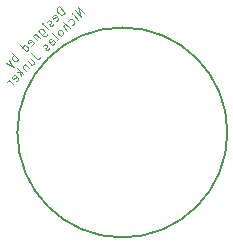
<source format=gbo>
G04 #@! TF.GenerationSoftware,KiCad,Pcbnew,(6.0.0)*
G04 #@! TF.CreationDate,2022-11-07T22:53:33+10:30*
G04 #@! TF.ProjectId,MicroTVbGone_r2,4d696372-6f54-4566-9247-6f6e655f7232,rev?*
G04 #@! TF.SameCoordinates,Original*
G04 #@! TF.FileFunction,Legend,Bot*
G04 #@! TF.FilePolarity,Positive*
%FSLAX46Y46*%
G04 Gerber Fmt 4.6, Leading zero omitted, Abs format (unit mm)*
G04 Created by KiCad (PCBNEW (6.0.0)) date 2022-11-07 22:53:33*
%MOMM*%
%LPD*%
G01*
G04 APERTURE LIST*
%ADD10C,0.065024*%
%ADD11C,0.127000*%
G04 APERTURE END LIST*
D10*
X143629483Y-94849603D02*
X143100725Y-94320846D01*
X142974831Y-94446740D01*
X142924473Y-94547456D01*
X142924473Y-94648172D01*
X142949652Y-94723709D01*
X143025189Y-94849603D01*
X143100725Y-94925140D01*
X143226620Y-95000677D01*
X143302157Y-95025856D01*
X143402873Y-95025856D01*
X143503588Y-94975498D01*
X143629483Y-94849603D01*
X142874115Y-95554613D02*
X142949652Y-95529434D01*
X143050368Y-95428719D01*
X143075547Y-95353182D01*
X143050368Y-95277645D01*
X142848936Y-95076214D01*
X142773399Y-95051035D01*
X142697863Y-95076214D01*
X142597147Y-95176929D01*
X142571968Y-95252466D01*
X142597147Y-95328003D01*
X142647505Y-95378361D01*
X142949652Y-95176929D01*
X142647505Y-95781224D02*
X142622326Y-95856760D01*
X142521610Y-95957476D01*
X142446073Y-95982655D01*
X142370537Y-95957476D01*
X142345358Y-95932297D01*
X142320179Y-95856760D01*
X142345358Y-95781224D01*
X142420894Y-95705687D01*
X142446073Y-95630150D01*
X142420894Y-95554613D01*
X142395716Y-95529434D01*
X142320179Y-95504255D01*
X142244642Y-95529434D01*
X142169105Y-95604971D01*
X142143926Y-95680508D01*
X142219463Y-96259623D02*
X141866958Y-95907118D01*
X141690706Y-95730866D02*
X141741063Y-95730866D01*
X141741063Y-95781224D01*
X141690706Y-95781224D01*
X141690706Y-95730866D01*
X141741063Y-95781224D01*
X141388558Y-96385518D02*
X141816600Y-96813560D01*
X141892137Y-96838738D01*
X141942495Y-96838738D01*
X142018032Y-96813560D01*
X142093568Y-96738023D01*
X142118747Y-96662486D01*
X141715884Y-96712844D02*
X141791421Y-96687665D01*
X141892137Y-96586949D01*
X141917316Y-96511412D01*
X141917316Y-96461055D01*
X141892137Y-96385518D01*
X141741063Y-96234444D01*
X141665527Y-96209265D01*
X141615169Y-96209265D01*
X141539632Y-96234444D01*
X141438916Y-96335160D01*
X141413737Y-96410697D01*
X141136769Y-96637307D02*
X141489274Y-96989812D01*
X141187127Y-96687665D02*
X141136769Y-96687665D01*
X141061232Y-96712844D01*
X140985696Y-96788381D01*
X140960517Y-96863917D01*
X140985696Y-96939454D01*
X141262664Y-97216422D01*
X140784264Y-97644464D02*
X140859801Y-97619285D01*
X140960517Y-97518570D01*
X140985696Y-97443033D01*
X140960517Y-97367496D01*
X140759085Y-97166065D01*
X140683548Y-97140886D01*
X140608012Y-97166065D01*
X140507296Y-97266780D01*
X140482117Y-97342317D01*
X140507296Y-97417854D01*
X140557654Y-97468212D01*
X140859801Y-97266780D01*
X140331043Y-98148043D02*
X139802286Y-97619285D01*
X140305865Y-98122864D02*
X140381401Y-98097685D01*
X140482117Y-97996969D01*
X140507296Y-97921432D01*
X140507296Y-97871075D01*
X140482117Y-97795538D01*
X140331043Y-97644464D01*
X140255507Y-97619285D01*
X140205149Y-97619285D01*
X140129612Y-97644464D01*
X140028896Y-97745180D01*
X140003717Y-97820717D01*
X139676391Y-98802695D02*
X139147634Y-98273937D01*
X139349065Y-98475369D02*
X139273528Y-98500548D01*
X139172813Y-98601263D01*
X139147634Y-98676800D01*
X139147634Y-98727158D01*
X139172813Y-98802695D01*
X139323886Y-98953768D01*
X139399423Y-98978947D01*
X139449781Y-98978947D01*
X139525318Y-98953768D01*
X139626033Y-98853053D01*
X139651212Y-98777516D01*
X138895845Y-98878232D02*
X139122455Y-99356631D01*
X138644055Y-99130021D02*
X139122455Y-99356631D01*
X139298707Y-99432168D01*
X139349065Y-99432168D01*
X139424602Y-99406989D01*
X145286508Y-94895177D02*
X144757750Y-94366419D01*
X144984361Y-95197324D01*
X144455603Y-94668566D01*
X144732571Y-95449113D02*
X144380066Y-95096608D01*
X144203814Y-94920355D02*
X144254172Y-94920355D01*
X144254172Y-94970713D01*
X144203814Y-94970713D01*
X144203814Y-94920355D01*
X144254172Y-94970713D01*
X144228993Y-95902334D02*
X144304529Y-95877155D01*
X144405245Y-95776439D01*
X144430424Y-95700902D01*
X144430424Y-95650544D01*
X144405245Y-95575008D01*
X144254172Y-95423934D01*
X144178635Y-95398755D01*
X144128277Y-95398755D01*
X144052740Y-95423934D01*
X143952024Y-95524650D01*
X143926846Y-95600186D01*
X144027561Y-96154123D02*
X143498804Y-95625365D01*
X143800951Y-96380733D02*
X143523983Y-96103765D01*
X143498804Y-96028228D01*
X143523983Y-95952691D01*
X143599519Y-95877155D01*
X143675056Y-95851976D01*
X143725414Y-95851976D01*
X143473625Y-96708059D02*
X143498804Y-96632523D01*
X143498804Y-96582165D01*
X143473625Y-96506628D01*
X143322551Y-96355554D01*
X143247015Y-96330375D01*
X143196657Y-96330375D01*
X143121120Y-96355554D01*
X143045583Y-96431091D01*
X143020404Y-96506628D01*
X143020404Y-96556986D01*
X143045583Y-96632523D01*
X143196657Y-96783596D01*
X143272193Y-96808775D01*
X143322551Y-96808775D01*
X143398088Y-96783596D01*
X143473625Y-96708059D01*
X142995225Y-97186459D02*
X143020404Y-97110922D01*
X142995225Y-97035385D01*
X142542005Y-96582165D01*
X142567183Y-97614501D02*
X142290215Y-97337532D01*
X142265036Y-97261996D01*
X142290215Y-97186459D01*
X142390931Y-97085743D01*
X142466468Y-97060564D01*
X142542005Y-97589322D02*
X142617541Y-97564143D01*
X142743436Y-97438248D01*
X142768615Y-97362711D01*
X142743436Y-97287175D01*
X142693078Y-97236817D01*
X142617541Y-97211638D01*
X142542005Y-97236817D01*
X142416110Y-97362711D01*
X142340573Y-97387890D01*
X142315394Y-97815932D02*
X142290215Y-97891469D01*
X142189500Y-97992185D01*
X142113963Y-98017364D01*
X142038426Y-97992185D01*
X142013247Y-97967006D01*
X141988068Y-97891469D01*
X142013247Y-97815932D01*
X142088784Y-97740395D01*
X142113963Y-97664859D01*
X142088784Y-97589322D01*
X142063605Y-97564143D01*
X141988068Y-97538964D01*
X141912531Y-97564143D01*
X141836995Y-97639680D01*
X141811816Y-97715216D01*
X140804659Y-98319511D02*
X141182342Y-98697195D01*
X141283058Y-98747552D01*
X141383774Y-98747552D01*
X141484490Y-98697195D01*
X141534847Y-98646837D01*
X140502511Y-98974163D02*
X140855016Y-99326668D01*
X140729122Y-98747552D02*
X141006090Y-99024521D01*
X141031269Y-99100057D01*
X141006090Y-99175594D01*
X140930553Y-99251131D01*
X140855016Y-99276310D01*
X140804659Y-99276310D01*
X140250722Y-99225952D02*
X140603227Y-99578457D01*
X140301080Y-99276310D02*
X140250722Y-99276310D01*
X140175185Y-99301489D01*
X140099649Y-99377026D01*
X140074470Y-99452562D01*
X140099649Y-99528099D01*
X140376617Y-99805067D01*
X140124827Y-100056857D02*
X139596070Y-99528099D01*
X139873038Y-99905783D02*
X139923396Y-100258288D01*
X139570891Y-99905783D02*
X139973754Y-99905783D01*
X139470175Y-100661151D02*
X139545712Y-100635972D01*
X139646428Y-100535256D01*
X139671607Y-100459720D01*
X139646428Y-100384183D01*
X139444996Y-100182751D01*
X139369460Y-100157572D01*
X139293923Y-100182751D01*
X139193207Y-100283467D01*
X139168028Y-100359004D01*
X139193207Y-100434541D01*
X139243565Y-100484898D01*
X139545712Y-100283467D01*
X139243565Y-100938119D02*
X138891060Y-100585614D01*
X138991776Y-100686330D02*
X138916239Y-100661151D01*
X138865881Y-100661151D01*
X138790344Y-100686330D01*
X138739986Y-100736688D01*
D11*
G04 #@! TO.C,U$1*
X157391100Y-105003600D02*
G75*
G03*
X157391100Y-105003600I-8890000J0D01*
G01*
G04 #@! TD*
M02*

</source>
